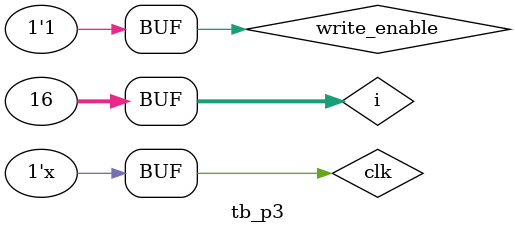
<source format=v>
module tb_p3();
	wire[7:0] out, alu1, alu2;
	wire zero_flag;
	reg[7:0] data_in;
	reg clk, write_enable;
	reg[2:0] selA, selB, selD, selOP;
	integer i;

	initial 
	begin
	clk=1;
	write_enable=1'b1;
	data_in=$urandom%2**8;
	selA =3'b000;
	selB =3'b111;
	selD =3'b000;
	selOP=3'b111;
	#10;
	for (i=0; i<=15; i=i+1)
	begin
		data_in=$urandom%2**8;
		selA =$urandom%2**3;
		selB =$urandom%2**3;
		selD =$urandom%2**3;
		selOP=$urandom%2**3;
		#10;
	end
	end
	always #5 clk=~clk;

	p3 UUT(out, zero_flag, alu1, alu2, data_in, clk, write_enable, selA, selB, selD, selOP);

endmodule
</source>
